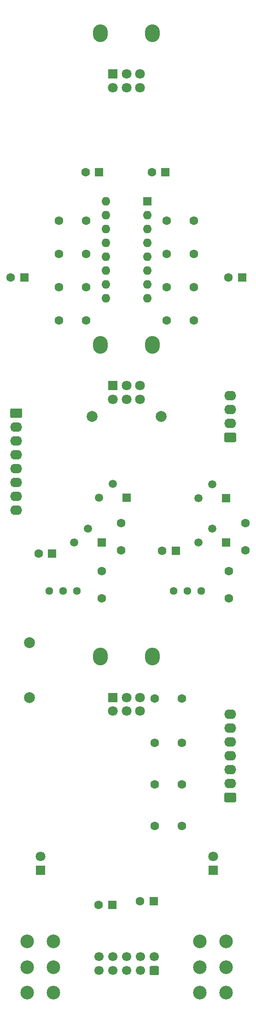
<source format=gts>
G04 #@! TF.GenerationSoftware,KiCad,Pcbnew,6.0.5+dfsg-1~bpo11+1*
G04 #@! TF.CreationDate,2022-08-16T14:51:45+00:00*
G04 #@! TF.ProjectId,compressor_distortion,636f6d70-7265-4737-936f-725f64697374,0*
G04 #@! TF.SameCoordinates,Original*
G04 #@! TF.FileFunction,Soldermask,Top*
G04 #@! TF.FilePolarity,Negative*
%FSLAX46Y46*%
G04 Gerber Fmt 4.6, Leading zero omitted, Abs format (unit mm)*
G04 Created by KiCad (PCBNEW 6.0.5+dfsg-1~bpo11+1) date 2022-08-16 14:51:45*
%MOMM*%
%LPD*%
G01*
G04 APERTURE LIST*
%ADD10C,2.500000*%
%ADD11O,2.720000X3.240000*%
%ADD12R,1.800000X1.800000*%
%ADD13C,1.800000*%
%ADD14C,2.000000*%
%ADD15R,1.600000X1.600000*%
%ADD16C,1.600000*%
%ADD17R,1.500000X1.500000*%
%ADD18C,1.500000*%
%ADD19O,2.190000X1.740000*%
%ADD20C,1.700000*%
%ADD21O,1.600000X1.600000*%
%ADD22C,1.440000*%
G04 APERTURE END LIST*
D10*
X127510000Y-217550000D03*
X127510000Y-222250000D03*
X127510000Y-226950000D03*
X122680000Y-217550000D03*
X122680000Y-222250000D03*
X122680000Y-226950000D03*
D11*
X104430000Y-165300000D03*
X113930000Y-165300000D03*
D12*
X106680000Y-172800000D03*
D13*
X109180000Y-172800000D03*
X111680000Y-172800000D03*
X106680000Y-175300000D03*
X109180000Y-175300000D03*
X111680000Y-175300000D03*
D11*
X104430000Y-108110000D03*
X113930000Y-108110000D03*
D12*
X106680000Y-115610000D03*
D13*
X109180000Y-115610000D03*
X111680000Y-115610000D03*
X106680000Y-118110000D03*
X109180000Y-118110000D03*
X111680000Y-118110000D03*
D10*
X95760000Y-217550000D03*
X95760000Y-222250000D03*
X95760000Y-226950000D03*
X90930000Y-217550000D03*
X90930000Y-222250000D03*
X90930000Y-226950000D03*
D11*
X113930000Y-50960000D03*
X104430000Y-50960000D03*
D12*
X106680000Y-58460000D03*
D13*
X109180000Y-58460000D03*
X111680000Y-58460000D03*
X106680000Y-60960000D03*
X109180000Y-60960000D03*
X111680000Y-60960000D03*
D12*
X125095000Y-204475000D03*
D13*
X125095000Y-201935000D03*
D12*
X93345000Y-204475000D03*
D13*
X93345000Y-201935000D03*
D14*
X91338400Y-172770800D03*
D15*
X118276380Y-145868000D03*
D16*
X115776380Y-145868000D03*
X131064000Y-140828000D03*
X131064000Y-145828000D03*
D17*
X104648000Y-144344000D03*
D18*
X102108000Y-141804000D03*
X99568000Y-144344000D03*
D16*
X101774000Y-91440000D03*
X96774000Y-91440000D03*
G36*
G01*
X129115000Y-125965000D02*
X127425000Y-125965000D01*
G75*
G02*
X127175000Y-125715000I0J250000D01*
G01*
X127175000Y-124475000D01*
G75*
G02*
X127425000Y-124225000I250000J0D01*
G01*
X129115000Y-124225000D01*
G75*
G02*
X129365000Y-124475000I0J-250000D01*
G01*
X129365000Y-125715000D01*
G75*
G02*
X129115000Y-125965000I-250000J0D01*
G01*
G37*
D19*
X128270000Y-122555000D03*
X128270000Y-120015000D03*
X128270000Y-117475000D03*
D16*
X114380000Y-188722000D03*
X119380000Y-188722000D03*
D15*
X114212380Y-210185000D03*
D16*
X111712380Y-210185000D03*
X128016000Y-154606000D03*
X128016000Y-149606000D03*
D15*
X90384000Y-95758000D03*
D16*
X87884000Y-95758000D03*
X116586000Y-85344000D03*
X121586000Y-85344000D03*
G36*
G01*
X114900000Y-223735000D02*
X113700000Y-223735000D01*
G75*
G02*
X113450000Y-223485000I0J250000D01*
G01*
X113450000Y-222285000D01*
G75*
G02*
X113700000Y-222035000I250000J0D01*
G01*
X114900000Y-222035000D01*
G75*
G02*
X115150000Y-222285000I0J-250000D01*
G01*
X115150000Y-223485000D01*
G75*
G02*
X114900000Y-223735000I-250000J0D01*
G01*
G37*
D20*
X114300000Y-220345000D03*
X111760000Y-222885000D03*
X111760000Y-220345000D03*
X109220000Y-222885000D03*
X109220000Y-220345000D03*
X106680000Y-222885000D03*
X106680000Y-220345000D03*
X104140000Y-222885000D03*
X104140000Y-220345000D03*
D16*
X96774000Y-97536000D03*
X101774000Y-97536000D03*
D15*
X112990000Y-81788000D03*
D21*
X112990000Y-84328000D03*
X112990000Y-86868000D03*
X112990000Y-89408000D03*
X112990000Y-91948000D03*
X112990000Y-94488000D03*
X112990000Y-97028000D03*
X112990000Y-99568000D03*
X105370000Y-99568000D03*
X105370000Y-97028000D03*
X105370000Y-94488000D03*
X105370000Y-91948000D03*
X105370000Y-89408000D03*
X105370000Y-86868000D03*
X105370000Y-84328000D03*
X105370000Y-81788000D03*
D16*
X104648000Y-149606000D03*
X104648000Y-154606000D03*
X108204000Y-140788000D03*
X108204000Y-145788000D03*
X114380000Y-196342000D03*
X119380000Y-196342000D03*
X114380000Y-181102000D03*
X119380000Y-181102000D03*
G36*
G01*
X129115000Y-192005000D02*
X127425000Y-192005000D01*
G75*
G02*
X127175000Y-191755000I0J250000D01*
G01*
X127175000Y-190515000D01*
G75*
G02*
X127425000Y-190265000I250000J0D01*
G01*
X129115000Y-190265000D01*
G75*
G02*
X129365000Y-190515000I0J-250000D01*
G01*
X129365000Y-191755000D01*
G75*
G02*
X129115000Y-192005000I-250000J0D01*
G01*
G37*
D19*
X128270000Y-188595000D03*
X128270000Y-186055000D03*
X128270000Y-183515000D03*
X128270000Y-180975000D03*
X128270000Y-178435000D03*
X128270000Y-175895000D03*
D16*
X101774000Y-85344000D03*
X96774000Y-85344000D03*
D14*
X91363800Y-162763200D03*
D22*
X117856000Y-153234000D03*
X120396000Y-153234000D03*
X122936000Y-153234000D03*
D16*
X121586000Y-103632000D03*
X116586000Y-103632000D03*
D15*
X116332000Y-76454000D03*
D16*
X113832000Y-76454000D03*
X116586000Y-91440000D03*
X121586000Y-91440000D03*
D15*
X95504000Y-146384000D03*
D16*
X93004000Y-146384000D03*
X96774000Y-103632000D03*
X101774000Y-103632000D03*
D14*
X102870000Y-121285000D03*
D17*
X109220000Y-136144000D03*
D18*
X106680000Y-133604000D03*
X104140000Y-136144000D03*
D16*
X114380000Y-172974000D03*
X119380000Y-172974000D03*
D17*
X127508000Y-136224000D03*
D18*
X124968000Y-133684000D03*
X122428000Y-136224000D03*
D17*
X127508000Y-144352000D03*
D18*
X124968000Y-141812000D03*
X122428000Y-144352000D03*
G36*
G01*
X88055000Y-119780000D02*
X89745000Y-119780000D01*
G75*
G02*
X89995000Y-120030000I0J-250000D01*
G01*
X89995000Y-121270000D01*
G75*
G02*
X89745000Y-121520000I-250000J0D01*
G01*
X88055000Y-121520000D01*
G75*
G02*
X87805000Y-121270000I0J250000D01*
G01*
X87805000Y-120030000D01*
G75*
G02*
X88055000Y-119780000I250000J0D01*
G01*
G37*
D19*
X88900000Y-123190000D03*
X88900000Y-125730000D03*
X88900000Y-128270000D03*
X88900000Y-130810000D03*
X88900000Y-133350000D03*
X88900000Y-135890000D03*
X88900000Y-138430000D03*
D15*
X106592380Y-210820000D03*
D16*
X104092380Y-210820000D03*
D15*
X130428380Y-95758000D03*
D16*
X127928380Y-95758000D03*
X121586000Y-97536000D03*
X116586000Y-97536000D03*
D15*
X104140000Y-76454000D03*
D16*
X101640000Y-76454000D03*
D22*
X94996000Y-153234000D03*
X97536000Y-153234000D03*
X100076000Y-153234000D03*
D14*
X115570000Y-121285000D03*
M02*

</source>
